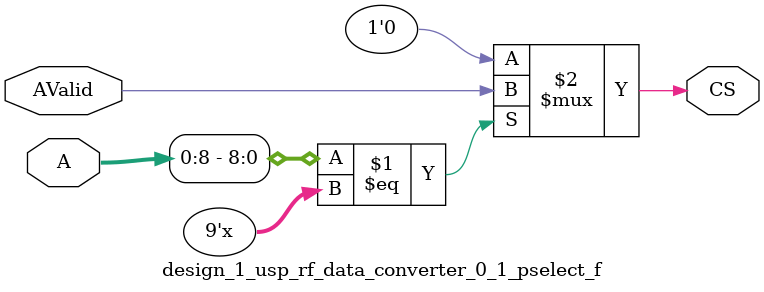
<source format=v>
`timescale 1 ps/1 ps

module design_1_usp_rf_data_converter_0_1_pselect_f ( A, AValid, CS) ;

parameter C_AB  = 9;
parameter C_AW  = 32;
parameter [0:C_AW - 1] C_BAR =  'bz;
parameter C_FAMILY  = "nofamily";
input[0:C_AW-1] A; 
input AValid; 
output CS; 
wire CS;
parameter [0:C_AB-1]BAR = C_BAR[0:C_AB-1];

//----------------------------------------------------------------------------
// Build a behavioral decoder
//----------------------------------------------------------------------------
generate
if (C_AB > 0) begin : XST_WA
assign CS = (A[0:C_AB - 1] == BAR[0:C_AB - 1]) ? AValid : 1'b0 ;
end
endgenerate

generate
if (C_AB == 0) begin : PASS_ON_GEN
assign CS = AValid ;
end
endgenerate
endmodule

</source>
